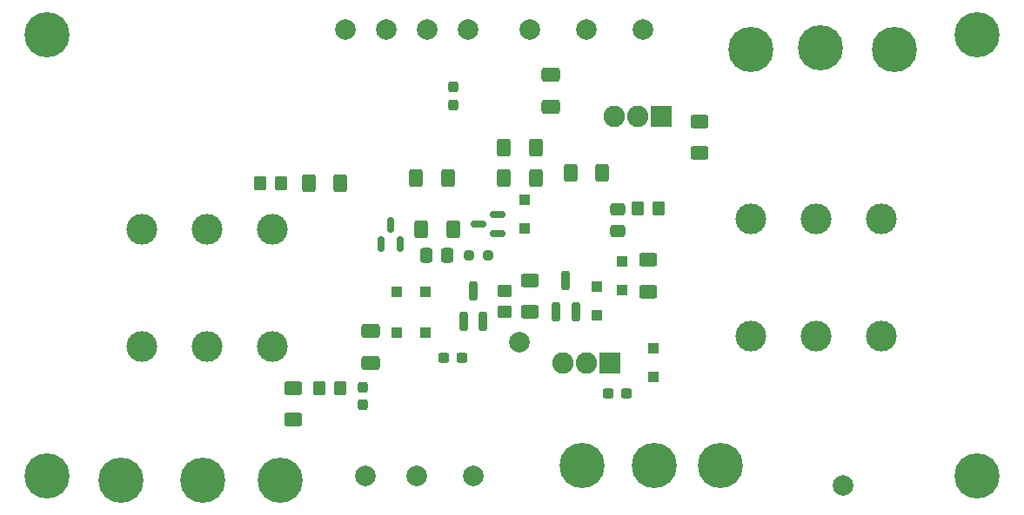
<source format=gts>
%TF.GenerationSoftware,KiCad,Pcbnew,9.0.1*%
%TF.CreationDate,2025-05-12T16:26:17+02:00*%
%TF.ProjectId,Verst_rker,56657273-74e4-4726-9b65-722e6b696361,1*%
%TF.SameCoordinates,Original*%
%TF.FileFunction,Soldermask,Top*%
%TF.FilePolarity,Negative*%
%FSLAX46Y46*%
G04 Gerber Fmt 4.6, Leading zero omitted, Abs format (unit mm)*
G04 Created by KiCad (PCBNEW 9.0.1) date 2025-05-12 16:26:17*
%MOMM*%
%LPD*%
G01*
G04 APERTURE LIST*
G04 Aperture macros list*
%AMRoundRect*
0 Rectangle with rounded corners*
0 $1 Rounding radius*
0 $2 $3 $4 $5 $6 $7 $8 $9 X,Y pos of 4 corners*
0 Add a 4 corners polygon primitive as box body*
4,1,4,$2,$3,$4,$5,$6,$7,$8,$9,$2,$3,0*
0 Add four circle primitives for the rounded corners*
1,1,$1+$1,$2,$3*
1,1,$1+$1,$4,$5*
1,1,$1+$1,$6,$7*
1,1,$1+$1,$8,$9*
0 Add four rect primitives between the rounded corners*
20,1,$1+$1,$2,$3,$4,$5,0*
20,1,$1+$1,$4,$5,$6,$7,0*
20,1,$1+$1,$6,$7,$8,$9,0*
20,1,$1+$1,$8,$9,$2,$3,0*%
G04 Aperture macros list end*
%ADD10RoundRect,0.250000X-0.400000X-0.625000X0.400000X-0.625000X0.400000X0.625000X-0.400000X0.625000X0*%
%ADD11RoundRect,0.250000X0.650000X-0.412500X0.650000X0.412500X-0.650000X0.412500X-0.650000X-0.412500X0*%
%ADD12C,2.000000*%
%ADD13RoundRect,0.102000X0.937500X0.937500X-0.937500X0.937500X-0.937500X-0.937500X0.937500X-0.937500X0*%
%ADD14C,2.079000*%
%ADD15RoundRect,0.250000X-0.350000X-0.450000X0.350000X-0.450000X0.350000X0.450000X-0.350000X0.450000X0*%
%ADD16C,3.000000*%
%ADD17RoundRect,0.250000X-0.625000X0.400000X-0.625000X-0.400000X0.625000X-0.400000X0.625000X0.400000X0*%
%ADD18RoundRect,0.250000X-0.300000X0.300000X-0.300000X-0.300000X0.300000X-0.300000X0.300000X0.300000X0*%
%ADD19RoundRect,0.200000X0.200000X-0.750000X0.200000X0.750000X-0.200000X0.750000X-0.200000X-0.750000X0*%
%ADD20C,2.600000*%
%ADD21C,4.400000*%
%ADD22RoundRect,0.150000X0.587500X0.150000X-0.587500X0.150000X-0.587500X-0.150000X0.587500X-0.150000X0*%
%ADD23RoundRect,0.250000X-0.475000X0.337500X-0.475000X-0.337500X0.475000X-0.337500X0.475000X0.337500X0*%
%ADD24RoundRect,0.250000X-0.650000X0.412500X-0.650000X-0.412500X0.650000X-0.412500X0.650000X0.412500X0*%
%ADD25RoundRect,0.250000X0.400000X0.625000X-0.400000X0.625000X-0.400000X-0.625000X0.400000X-0.625000X0*%
%ADD26RoundRect,0.250000X0.350000X0.450000X-0.350000X0.450000X-0.350000X-0.450000X0.350000X-0.450000X0*%
%ADD27RoundRect,0.250000X0.337500X0.475000X-0.337500X0.475000X-0.337500X-0.475000X0.337500X-0.475000X0*%
%ADD28RoundRect,0.250000X0.300000X-0.300000X0.300000X0.300000X-0.300000X0.300000X-0.300000X-0.300000X0*%
%ADD29RoundRect,0.250000X-0.300000X-0.300000X0.300000X-0.300000X0.300000X0.300000X-0.300000X0.300000X0*%
%ADD30RoundRect,0.237500X-0.237500X0.300000X-0.237500X-0.300000X0.237500X-0.300000X0.237500X0.300000X0*%
%ADD31RoundRect,0.237500X0.237500X-0.300000X0.237500X0.300000X-0.237500X0.300000X-0.237500X-0.300000X0*%
%ADD32RoundRect,0.150000X0.150000X-0.587500X0.150000X0.587500X-0.150000X0.587500X-0.150000X-0.587500X0*%
%ADD33RoundRect,0.237500X0.300000X0.237500X-0.300000X0.237500X-0.300000X-0.237500X0.300000X-0.237500X0*%
%ADD34RoundRect,0.237500X0.250000X0.237500X-0.250000X0.237500X-0.250000X-0.237500X0.250000X-0.237500X0*%
%ADD35RoundRect,0.250000X0.300000X0.300000X-0.300000X0.300000X-0.300000X-0.300000X0.300000X-0.300000X0*%
%ADD36RoundRect,0.250000X0.450000X-0.350000X0.450000X0.350000X-0.450000X0.350000X-0.450000X-0.350000X0*%
%ADD37RoundRect,0.250000X0.625000X-0.400000X0.625000X0.400000X-0.625000X0.400000X-0.625000X-0.400000X0*%
G04 APERTURE END LIST*
D10*
X77900000Y-83000000D03*
X81000000Y-83000000D03*
D11*
X73000000Y-96062500D03*
X73000000Y-92937500D03*
D12*
X72450000Y-107000000D03*
D13*
X101290000Y-72000000D03*
D14*
X99000000Y-72000000D03*
X96710000Y-72000000D03*
D12*
X77450000Y-107000000D03*
D15*
X68000000Y-98500000D03*
X70000000Y-98500000D03*
D16*
X116350000Y-82000000D03*
X116350000Y-93430000D03*
X122700000Y-82000000D03*
X122700000Y-93430000D03*
X110000000Y-82000000D03*
X110000000Y-93430000D03*
D17*
X88500000Y-87950000D03*
X88500000Y-91050000D03*
D18*
X97500000Y-86100000D03*
X97500000Y-88900000D03*
D19*
X82050000Y-92000000D03*
X83950000Y-92000000D03*
X83000000Y-89000000D03*
D20*
X56675000Y-107448929D03*
D21*
X56675000Y-107448929D03*
D12*
X70500000Y-63500000D03*
D22*
X85387500Y-83450000D03*
X85387500Y-81550000D03*
X83512500Y-82500000D03*
D23*
X97000000Y-81062500D03*
X97000000Y-83137500D03*
D24*
X90500000Y-67937500D03*
X90500000Y-71062500D03*
D25*
X80500000Y-78000000D03*
X77400000Y-78000000D03*
D20*
X124000000Y-65500000D03*
D21*
X124000000Y-65500000D03*
D17*
X100000000Y-85950000D03*
X100000000Y-89050000D03*
D26*
X64250000Y-78500000D03*
X62250000Y-78500000D03*
D16*
X57100000Y-94430000D03*
X57100000Y-83000000D03*
X50750000Y-94430000D03*
X50750000Y-83000000D03*
X63450000Y-94430000D03*
X63450000Y-83000000D03*
D12*
X94000000Y-63500000D03*
D20*
X116775000Y-65275000D03*
D21*
X116775000Y-65275000D03*
D27*
X80487500Y-85500000D03*
X78412500Y-85500000D03*
D20*
X100580000Y-106000000D03*
D21*
X100580000Y-106000000D03*
D12*
X74500000Y-63500000D03*
X119000000Y-108000000D03*
D28*
X100500000Y-97400000D03*
X100500000Y-94600000D03*
D13*
X96290000Y-95995000D03*
D14*
X94000000Y-95995000D03*
X91710000Y-95995000D03*
D20*
X93580000Y-106000000D03*
D21*
X93580000Y-106000000D03*
D20*
X41500000Y-64000000D03*
D21*
X41500000Y-64000000D03*
D20*
X107000000Y-106000000D03*
D21*
X107000000Y-106000000D03*
D29*
X75515057Y-93074827D03*
X78315057Y-93074827D03*
D30*
X81000000Y-69137500D03*
X81000000Y-70862500D03*
D15*
X99000000Y-81000000D03*
X101000000Y-81000000D03*
D31*
X72223900Y-100112500D03*
X72223900Y-98387500D03*
D32*
X74000000Y-84437500D03*
X75900000Y-84437500D03*
X74950000Y-82562500D03*
D33*
X97870000Y-98995000D03*
X96145000Y-98995000D03*
D20*
X132000000Y-64000000D03*
D21*
X132000000Y-64000000D03*
D34*
X84412500Y-85500000D03*
X82587500Y-85500000D03*
D10*
X85950000Y-78000000D03*
X89050000Y-78000000D03*
D19*
X91050000Y-91000000D03*
X92950000Y-91000000D03*
X92000000Y-88000000D03*
D10*
X92450000Y-77500000D03*
X95550000Y-77500000D03*
D12*
X88500000Y-63500000D03*
D20*
X132000000Y-107000000D03*
D21*
X132000000Y-107000000D03*
D12*
X99500000Y-63500000D03*
D33*
X81862500Y-95500000D03*
X80137500Y-95500000D03*
D12*
X78500000Y-63500000D03*
D28*
X88000000Y-82900000D03*
X88000000Y-80100000D03*
D35*
X78315057Y-89074827D03*
X75515057Y-89074827D03*
D12*
X83000000Y-107000000D03*
D20*
X48675000Y-107448929D03*
D21*
X48675000Y-107448929D03*
D36*
X86000000Y-91000000D03*
X86000000Y-89000000D03*
D25*
X70050000Y-78500000D03*
X66950000Y-78500000D03*
D20*
X41500000Y-107000000D03*
D21*
X41500000Y-107000000D03*
D20*
X110000000Y-65500000D03*
D21*
X110000000Y-65500000D03*
D20*
X64175000Y-107448929D03*
D21*
X64175000Y-107448929D03*
D17*
X105000000Y-72450000D03*
X105000000Y-75550000D03*
D12*
X87500000Y-94000000D03*
D37*
X65500000Y-101550000D03*
X65500000Y-98450000D03*
D10*
X85950000Y-75000000D03*
X89050000Y-75000000D03*
D12*
X82500000Y-63500000D03*
D18*
X95000000Y-88600000D03*
X95000000Y-91400000D03*
M02*

</source>
